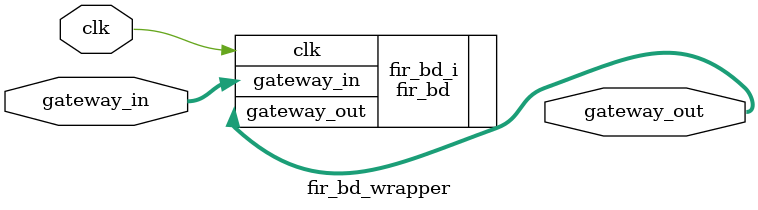
<source format=v>
`timescale 1 ps / 1 ps

module fir_bd_wrapper
   (clk,
    gateway_in,
    gateway_out);
  input clk;
  input [15:0]gateway_in;
  output [35:0]gateway_out;

  wire clk;
  wire [15:0]gateway_in;
  wire [35:0]gateway_out;

  fir_bd fir_bd_i
       (.clk(clk),
        .gateway_in(gateway_in),
        .gateway_out(gateway_out));
endmodule

</source>
